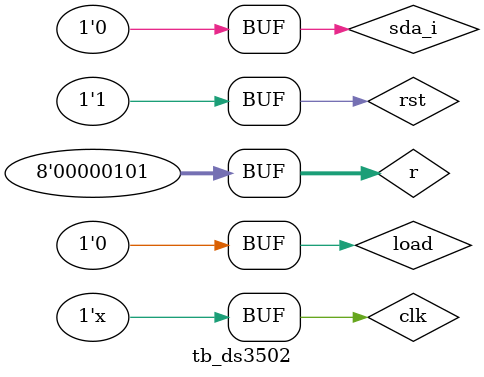
<source format=v>
`timescale 1ns / 1ps
module tb_ds3502;

    reg clk;
    reg rst;
    reg load;
    reg [7:0] r;
    reg sda_i;

    initial begin
		// Initialize Inputs
		clk = 1'b0;
        rst = 1'b0;
        load = 1'b0;
        r = 8'h05;
        sda_i = 1'b0;

		// Wait 100 ns for global reset to finish
		#100;
        
		// Add stimulus here
        rst = 1'b1;
	end

    always begin
		#(7) 
		clk <= ~clk;
	end

    always begin
        #1000000;

        load = 1'b1;

        #2;

        load = 1'b0; 
    end

    wire busy;
    wire scl;
    wire sda_o;
    wire sda_io_select;
    wire a1;
    wire a0;
    
    ds3502 ds3502_inst
    (
        .clk(clk),
        .rst(rst),

        .load(load),
        .r(r),
        .busy(),

        .a1(a1),
        .a0(a0),

        .scl(scl),
        .sda_o(sda_o),
        .sda_i(sda_i),
        .sda_io_select(sda_io_select)//0-w,1-r
    );


endmodule

</source>
